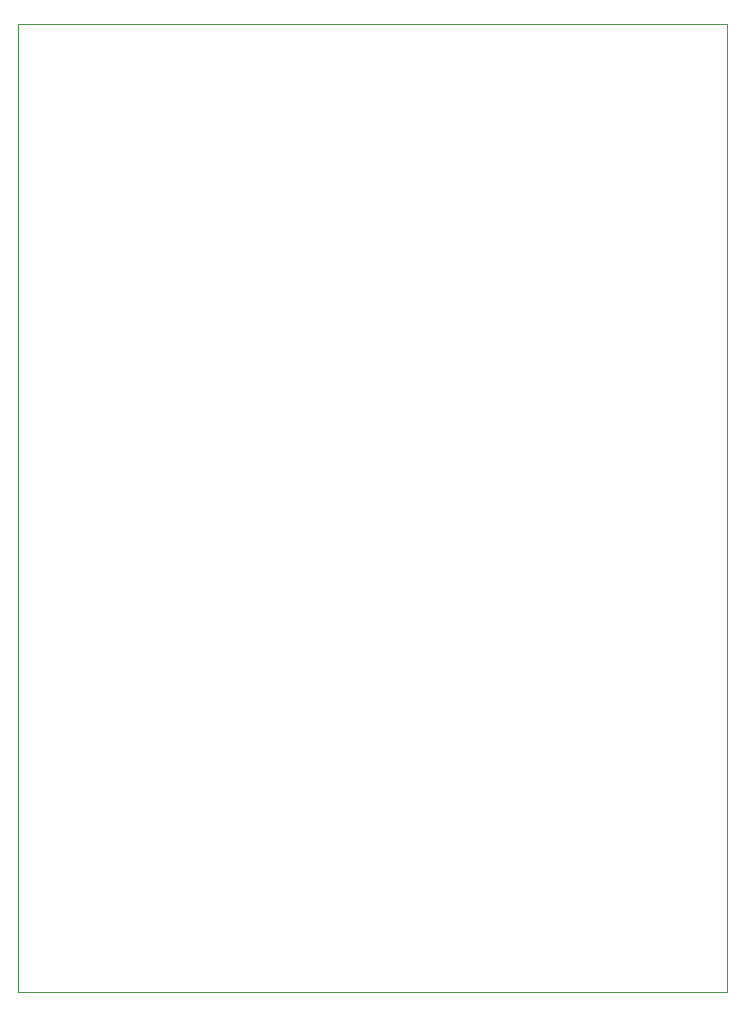
<source format=gbr>
%TF.GenerationSoftware,KiCad,Pcbnew,9.0.0*%
%TF.CreationDate,2025-03-28T11:37:27+02:00*%
%TF.ProjectId,EEE3088F Project,45454533-3038-4384-9620-50726f6a6563,rev?*%
%TF.SameCoordinates,Original*%
%TF.FileFunction,Profile,NP*%
%FSLAX46Y46*%
G04 Gerber Fmt 4.6, Leading zero omitted, Abs format (unit mm)*
G04 Created by KiCad (PCBNEW 9.0.0) date 2025-03-28 11:37:27*
%MOMM*%
%LPD*%
G01*
G04 APERTURE LIST*
%TA.AperFunction,Profile*%
%ADD10C,0.050000*%
%TD*%
G04 APERTURE END LIST*
D10*
X148750000Y-44000000D02*
X208750000Y-44000000D01*
X208750000Y-126000000D01*
X148750000Y-126000000D01*
X148750000Y-44000000D01*
M02*

</source>
